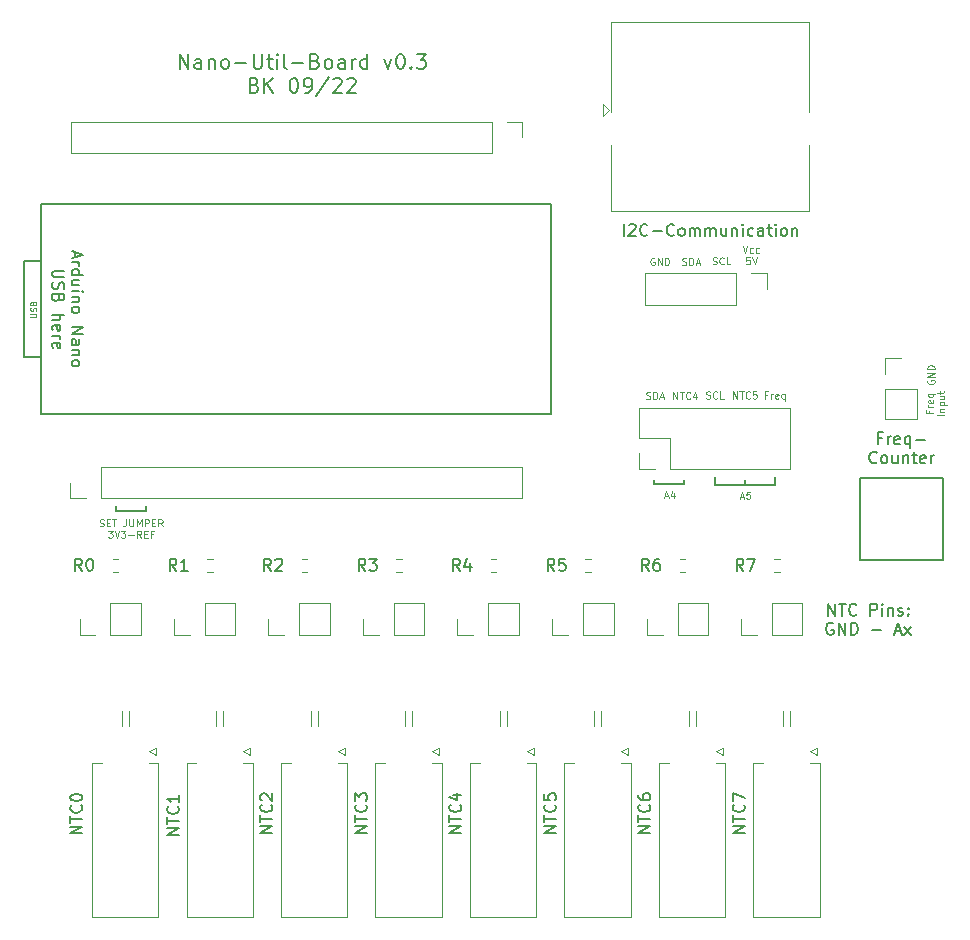
<source format=gbr>
%TF.GenerationSoftware,KiCad,Pcbnew,(6.0.1-0)*%
%TF.CreationDate,2022-11-28T10:38:11+01:00*%
%TF.ProjectId,nano_board,6e616e6f-5f62-46f6-9172-642e6b696361,rev?*%
%TF.SameCoordinates,Original*%
%TF.FileFunction,Legend,Top*%
%TF.FilePolarity,Positive*%
%FSLAX46Y46*%
G04 Gerber Fmt 4.6, Leading zero omitted, Abs format (unit mm)*
G04 Created by KiCad (PCBNEW (6.0.1-0)) date 2022-11-28 10:38:11*
%MOMM*%
%LPD*%
G01*
G04 APERTURE LIST*
%ADD10C,0.200000*%
%ADD11C,0.150000*%
%ADD12C,0.100000*%
%ADD13C,0.075000*%
%ADD14C,0.120000*%
%ADD15C,0.127000*%
G04 APERTURE END LIST*
D10*
X156500000Y-79180000D02*
X159000000Y-79180000D01*
X103200000Y-81000000D02*
X103200000Y-81400000D01*
X153900000Y-78530000D02*
X153900000Y-79180000D01*
X148800000Y-78780000D02*
X148800000Y-79130000D01*
X156450000Y-79180000D02*
X156450000Y-78780000D01*
X156450000Y-78830000D02*
X156450000Y-79180000D01*
X105750000Y-81400000D02*
X105750000Y-81000000D01*
X148850000Y-79130000D02*
X151350000Y-79130000D01*
X151350000Y-79130000D02*
X151350000Y-78730000D01*
X159000000Y-79180000D02*
X159000000Y-78480000D01*
X103200000Y-81400000D02*
X105750000Y-81400000D01*
X153950000Y-79180000D02*
X156450000Y-79180000D01*
D11*
X168033333Y-75223571D02*
X167700000Y-75223571D01*
X167700000Y-75747380D02*
X167700000Y-74747380D01*
X168176190Y-74747380D01*
X168557142Y-75747380D02*
X168557142Y-75080714D01*
X168557142Y-75271190D02*
X168604761Y-75175952D01*
X168652380Y-75128333D01*
X168747619Y-75080714D01*
X168842857Y-75080714D01*
X169557142Y-75699761D02*
X169461904Y-75747380D01*
X169271428Y-75747380D01*
X169176190Y-75699761D01*
X169128571Y-75604523D01*
X169128571Y-75223571D01*
X169176190Y-75128333D01*
X169271428Y-75080714D01*
X169461904Y-75080714D01*
X169557142Y-75128333D01*
X169604761Y-75223571D01*
X169604761Y-75318809D01*
X169128571Y-75414047D01*
X170461904Y-75080714D02*
X170461904Y-76080714D01*
X170461904Y-75699761D02*
X170366666Y-75747380D01*
X170176190Y-75747380D01*
X170080952Y-75699761D01*
X170033333Y-75652142D01*
X169985714Y-75556904D01*
X169985714Y-75271190D01*
X170033333Y-75175952D01*
X170080952Y-75128333D01*
X170176190Y-75080714D01*
X170366666Y-75080714D01*
X170461904Y-75128333D01*
X170938095Y-75366428D02*
X171700000Y-75366428D01*
X167628571Y-77262142D02*
X167580952Y-77309761D01*
X167438095Y-77357380D01*
X167342857Y-77357380D01*
X167200000Y-77309761D01*
X167104761Y-77214523D01*
X167057142Y-77119285D01*
X167009523Y-76928809D01*
X167009523Y-76785952D01*
X167057142Y-76595476D01*
X167104761Y-76500238D01*
X167200000Y-76405000D01*
X167342857Y-76357380D01*
X167438095Y-76357380D01*
X167580952Y-76405000D01*
X167628571Y-76452619D01*
X168200000Y-77357380D02*
X168104761Y-77309761D01*
X168057142Y-77262142D01*
X168009523Y-77166904D01*
X168009523Y-76881190D01*
X168057142Y-76785952D01*
X168104761Y-76738333D01*
X168200000Y-76690714D01*
X168342857Y-76690714D01*
X168438095Y-76738333D01*
X168485714Y-76785952D01*
X168533333Y-76881190D01*
X168533333Y-77166904D01*
X168485714Y-77262142D01*
X168438095Y-77309761D01*
X168342857Y-77357380D01*
X168200000Y-77357380D01*
X169390476Y-76690714D02*
X169390476Y-77357380D01*
X168961904Y-76690714D02*
X168961904Y-77214523D01*
X169009523Y-77309761D01*
X169104761Y-77357380D01*
X169247619Y-77357380D01*
X169342857Y-77309761D01*
X169390476Y-77262142D01*
X169866666Y-76690714D02*
X169866666Y-77357380D01*
X169866666Y-76785952D02*
X169914285Y-76738333D01*
X170009523Y-76690714D01*
X170152380Y-76690714D01*
X170247619Y-76738333D01*
X170295238Y-76833571D01*
X170295238Y-77357380D01*
X170628571Y-76690714D02*
X171009523Y-76690714D01*
X170771428Y-76357380D02*
X170771428Y-77214523D01*
X170819047Y-77309761D01*
X170914285Y-77357380D01*
X171009523Y-77357380D01*
X171723809Y-77309761D02*
X171628571Y-77357380D01*
X171438095Y-77357380D01*
X171342857Y-77309761D01*
X171295238Y-77214523D01*
X171295238Y-76833571D01*
X171342857Y-76738333D01*
X171438095Y-76690714D01*
X171628571Y-76690714D01*
X171723809Y-76738333D01*
X171771428Y-76833571D01*
X171771428Y-76928809D01*
X171295238Y-77024047D01*
X172200000Y-77357380D02*
X172200000Y-76690714D01*
X172200000Y-76881190D02*
X172247619Y-76785952D01*
X172295238Y-76738333D01*
X172390476Y-76690714D01*
X172485714Y-76690714D01*
D12*
X156285714Y-58938428D02*
X156485714Y-59538428D01*
X156685714Y-58938428D01*
X157142857Y-59509857D02*
X157085714Y-59538428D01*
X156971428Y-59538428D01*
X156914285Y-59509857D01*
X156885714Y-59481285D01*
X156857142Y-59424142D01*
X156857142Y-59252714D01*
X156885714Y-59195571D01*
X156914285Y-59167000D01*
X156971428Y-59138428D01*
X157085714Y-59138428D01*
X157142857Y-59167000D01*
X157657142Y-59509857D02*
X157600000Y-59538428D01*
X157485714Y-59538428D01*
X157428571Y-59509857D01*
X157400000Y-59481285D01*
X157371428Y-59424142D01*
X157371428Y-59252714D01*
X157400000Y-59195571D01*
X157428571Y-59167000D01*
X157485714Y-59138428D01*
X157600000Y-59138428D01*
X157657142Y-59167000D01*
X156885714Y-59904428D02*
X156600000Y-59904428D01*
X156571428Y-60190142D01*
X156600000Y-60161571D01*
X156657142Y-60133000D01*
X156800000Y-60133000D01*
X156857142Y-60161571D01*
X156885714Y-60190142D01*
X156914285Y-60247285D01*
X156914285Y-60390142D01*
X156885714Y-60447285D01*
X156857142Y-60475857D01*
X156800000Y-60504428D01*
X156657142Y-60504428D01*
X156600000Y-60475857D01*
X156571428Y-60447285D01*
X157085714Y-59904428D02*
X157285714Y-60504428D01*
X157485714Y-59904428D01*
X101842857Y-82659857D02*
X101928571Y-82688428D01*
X102071428Y-82688428D01*
X102128571Y-82659857D01*
X102157142Y-82631285D01*
X102185714Y-82574142D01*
X102185714Y-82517000D01*
X102157142Y-82459857D01*
X102128571Y-82431285D01*
X102071428Y-82402714D01*
X101957142Y-82374142D01*
X101900000Y-82345571D01*
X101871428Y-82317000D01*
X101842857Y-82259857D01*
X101842857Y-82202714D01*
X101871428Y-82145571D01*
X101900000Y-82117000D01*
X101957142Y-82088428D01*
X102100000Y-82088428D01*
X102185714Y-82117000D01*
X102442857Y-82374142D02*
X102642857Y-82374142D01*
X102728571Y-82688428D02*
X102442857Y-82688428D01*
X102442857Y-82088428D01*
X102728571Y-82088428D01*
X102900000Y-82088428D02*
X103242857Y-82088428D01*
X103071428Y-82688428D02*
X103071428Y-82088428D01*
X104071428Y-82088428D02*
X104071428Y-82517000D01*
X104042857Y-82602714D01*
X103985714Y-82659857D01*
X103900000Y-82688428D01*
X103842857Y-82688428D01*
X104357142Y-82088428D02*
X104357142Y-82574142D01*
X104385714Y-82631285D01*
X104414285Y-82659857D01*
X104471428Y-82688428D01*
X104585714Y-82688428D01*
X104642857Y-82659857D01*
X104671428Y-82631285D01*
X104700000Y-82574142D01*
X104700000Y-82088428D01*
X104985714Y-82688428D02*
X104985714Y-82088428D01*
X105185714Y-82517000D01*
X105385714Y-82088428D01*
X105385714Y-82688428D01*
X105671428Y-82688428D02*
X105671428Y-82088428D01*
X105900000Y-82088428D01*
X105957142Y-82117000D01*
X105985714Y-82145571D01*
X106014285Y-82202714D01*
X106014285Y-82288428D01*
X105985714Y-82345571D01*
X105957142Y-82374142D01*
X105900000Y-82402714D01*
X105671428Y-82402714D01*
X106271428Y-82374142D02*
X106471428Y-82374142D01*
X106557142Y-82688428D02*
X106271428Y-82688428D01*
X106271428Y-82088428D01*
X106557142Y-82088428D01*
X107157142Y-82688428D02*
X106957142Y-82402714D01*
X106814285Y-82688428D02*
X106814285Y-82088428D01*
X107042857Y-82088428D01*
X107100000Y-82117000D01*
X107128571Y-82145571D01*
X107157142Y-82202714D01*
X107157142Y-82288428D01*
X107128571Y-82345571D01*
X107100000Y-82374142D01*
X107042857Y-82402714D01*
X106814285Y-82402714D01*
X102557142Y-83054428D02*
X102928571Y-83054428D01*
X102728571Y-83283000D01*
X102814285Y-83283000D01*
X102871428Y-83311571D01*
X102900000Y-83340142D01*
X102928571Y-83397285D01*
X102928571Y-83540142D01*
X102900000Y-83597285D01*
X102871428Y-83625857D01*
X102814285Y-83654428D01*
X102642857Y-83654428D01*
X102585714Y-83625857D01*
X102557142Y-83597285D01*
X103100000Y-83054428D02*
X103300000Y-83654428D01*
X103500000Y-83054428D01*
X103642857Y-83054428D02*
X104014285Y-83054428D01*
X103814285Y-83283000D01*
X103900000Y-83283000D01*
X103957142Y-83311571D01*
X103985714Y-83340142D01*
X104014285Y-83397285D01*
X104014285Y-83540142D01*
X103985714Y-83597285D01*
X103957142Y-83625857D01*
X103900000Y-83654428D01*
X103728571Y-83654428D01*
X103671428Y-83625857D01*
X103642857Y-83597285D01*
X104271428Y-83425857D02*
X104728571Y-83425857D01*
X105357142Y-83654428D02*
X105157142Y-83368714D01*
X105014285Y-83654428D02*
X105014285Y-83054428D01*
X105242857Y-83054428D01*
X105300000Y-83083000D01*
X105328571Y-83111571D01*
X105357142Y-83168714D01*
X105357142Y-83254428D01*
X105328571Y-83311571D01*
X105300000Y-83340142D01*
X105242857Y-83368714D01*
X105014285Y-83368714D01*
X105614285Y-83340142D02*
X105814285Y-83340142D01*
X105900000Y-83654428D02*
X105614285Y-83654428D01*
X105614285Y-83054428D01*
X105900000Y-83054428D01*
X106357142Y-83340142D02*
X106157142Y-83340142D01*
X106157142Y-83654428D02*
X106157142Y-83054428D01*
X106442857Y-83054428D01*
X153185714Y-71842857D02*
X153271428Y-71871428D01*
X153414285Y-71871428D01*
X153471428Y-71842857D01*
X153500000Y-71814285D01*
X153528571Y-71757142D01*
X153528571Y-71700000D01*
X153500000Y-71642857D01*
X153471428Y-71614285D01*
X153414285Y-71585714D01*
X153300000Y-71557142D01*
X153242857Y-71528571D01*
X153214285Y-71500000D01*
X153185714Y-71442857D01*
X153185714Y-71385714D01*
X153214285Y-71328571D01*
X153242857Y-71300000D01*
X153300000Y-71271428D01*
X153442857Y-71271428D01*
X153528571Y-71300000D01*
X154128571Y-71814285D02*
X154100000Y-71842857D01*
X154014285Y-71871428D01*
X153957142Y-71871428D01*
X153871428Y-71842857D01*
X153814285Y-71785714D01*
X153785714Y-71728571D01*
X153757142Y-71614285D01*
X153757142Y-71528571D01*
X153785714Y-71414285D01*
X153814285Y-71357142D01*
X153871428Y-71300000D01*
X153957142Y-71271428D01*
X154014285Y-71271428D01*
X154100000Y-71300000D01*
X154128571Y-71328571D01*
X154671428Y-71871428D02*
X154385714Y-71871428D01*
X154385714Y-71271428D01*
D11*
X146216666Y-58102380D02*
X146216666Y-57102380D01*
X146645238Y-57197619D02*
X146692857Y-57150000D01*
X146788095Y-57102380D01*
X147026190Y-57102380D01*
X147121428Y-57150000D01*
X147169047Y-57197619D01*
X147216666Y-57292857D01*
X147216666Y-57388095D01*
X147169047Y-57530952D01*
X146597619Y-58102380D01*
X147216666Y-58102380D01*
X148216666Y-58007142D02*
X148169047Y-58054761D01*
X148026190Y-58102380D01*
X147930952Y-58102380D01*
X147788095Y-58054761D01*
X147692857Y-57959523D01*
X147645238Y-57864285D01*
X147597619Y-57673809D01*
X147597619Y-57530952D01*
X147645238Y-57340476D01*
X147692857Y-57245238D01*
X147788095Y-57150000D01*
X147930952Y-57102380D01*
X148026190Y-57102380D01*
X148169047Y-57150000D01*
X148216666Y-57197619D01*
X148645238Y-57721428D02*
X149407142Y-57721428D01*
X150454761Y-58007142D02*
X150407142Y-58054761D01*
X150264285Y-58102380D01*
X150169047Y-58102380D01*
X150026190Y-58054761D01*
X149930952Y-57959523D01*
X149883333Y-57864285D01*
X149835714Y-57673809D01*
X149835714Y-57530952D01*
X149883333Y-57340476D01*
X149930952Y-57245238D01*
X150026190Y-57150000D01*
X150169047Y-57102380D01*
X150264285Y-57102380D01*
X150407142Y-57150000D01*
X150454761Y-57197619D01*
X151026190Y-58102380D02*
X150930952Y-58054761D01*
X150883333Y-58007142D01*
X150835714Y-57911904D01*
X150835714Y-57626190D01*
X150883333Y-57530952D01*
X150930952Y-57483333D01*
X151026190Y-57435714D01*
X151169047Y-57435714D01*
X151264285Y-57483333D01*
X151311904Y-57530952D01*
X151359523Y-57626190D01*
X151359523Y-57911904D01*
X151311904Y-58007142D01*
X151264285Y-58054761D01*
X151169047Y-58102380D01*
X151026190Y-58102380D01*
X151788095Y-58102380D02*
X151788095Y-57435714D01*
X151788095Y-57530952D02*
X151835714Y-57483333D01*
X151930952Y-57435714D01*
X152073809Y-57435714D01*
X152169047Y-57483333D01*
X152216666Y-57578571D01*
X152216666Y-58102380D01*
X152216666Y-57578571D02*
X152264285Y-57483333D01*
X152359523Y-57435714D01*
X152502380Y-57435714D01*
X152597619Y-57483333D01*
X152645238Y-57578571D01*
X152645238Y-58102380D01*
X153121428Y-58102380D02*
X153121428Y-57435714D01*
X153121428Y-57530952D02*
X153169047Y-57483333D01*
X153264285Y-57435714D01*
X153407142Y-57435714D01*
X153502380Y-57483333D01*
X153550000Y-57578571D01*
X153550000Y-58102380D01*
X153550000Y-57578571D02*
X153597619Y-57483333D01*
X153692857Y-57435714D01*
X153835714Y-57435714D01*
X153930952Y-57483333D01*
X153978571Y-57578571D01*
X153978571Y-58102380D01*
X154883333Y-57435714D02*
X154883333Y-58102380D01*
X154454761Y-57435714D02*
X154454761Y-57959523D01*
X154502380Y-58054761D01*
X154597619Y-58102380D01*
X154740476Y-58102380D01*
X154835714Y-58054761D01*
X154883333Y-58007142D01*
X155359523Y-57435714D02*
X155359523Y-58102380D01*
X155359523Y-57530952D02*
X155407142Y-57483333D01*
X155502380Y-57435714D01*
X155645238Y-57435714D01*
X155740476Y-57483333D01*
X155788095Y-57578571D01*
X155788095Y-58102380D01*
X156264285Y-58102380D02*
X156264285Y-57435714D01*
X156264285Y-57102380D02*
X156216666Y-57150000D01*
X156264285Y-57197619D01*
X156311904Y-57150000D01*
X156264285Y-57102380D01*
X156264285Y-57197619D01*
X157169047Y-58054761D02*
X157073809Y-58102380D01*
X156883333Y-58102380D01*
X156788095Y-58054761D01*
X156740476Y-58007142D01*
X156692857Y-57911904D01*
X156692857Y-57626190D01*
X156740476Y-57530952D01*
X156788095Y-57483333D01*
X156883333Y-57435714D01*
X157073809Y-57435714D01*
X157169047Y-57483333D01*
X158026190Y-58102380D02*
X158026190Y-57578571D01*
X157978571Y-57483333D01*
X157883333Y-57435714D01*
X157692857Y-57435714D01*
X157597619Y-57483333D01*
X158026190Y-58054761D02*
X157930952Y-58102380D01*
X157692857Y-58102380D01*
X157597619Y-58054761D01*
X157550000Y-57959523D01*
X157550000Y-57864285D01*
X157597619Y-57769047D01*
X157692857Y-57721428D01*
X157930952Y-57721428D01*
X158026190Y-57673809D01*
X158359523Y-57435714D02*
X158740476Y-57435714D01*
X158502380Y-57102380D02*
X158502380Y-57959523D01*
X158550000Y-58054761D01*
X158645238Y-58102380D01*
X158740476Y-58102380D01*
X159073809Y-58102380D02*
X159073809Y-57435714D01*
X159073809Y-57102380D02*
X159026190Y-57150000D01*
X159073809Y-57197619D01*
X159121428Y-57150000D01*
X159073809Y-57102380D01*
X159073809Y-57197619D01*
X159692857Y-58102380D02*
X159597619Y-58054761D01*
X159550000Y-58007142D01*
X159502380Y-57911904D01*
X159502380Y-57626190D01*
X159550000Y-57530952D01*
X159597619Y-57483333D01*
X159692857Y-57435714D01*
X159835714Y-57435714D01*
X159930952Y-57483333D01*
X159978571Y-57530952D01*
X160026190Y-57626190D01*
X160026190Y-57911904D01*
X159978571Y-58007142D01*
X159930952Y-58054761D01*
X159835714Y-58102380D01*
X159692857Y-58102380D01*
X160454761Y-57435714D02*
X160454761Y-58102380D01*
X160454761Y-57530952D02*
X160502380Y-57483333D01*
X160597619Y-57435714D01*
X160740476Y-57435714D01*
X160835714Y-57483333D01*
X160883333Y-57578571D01*
X160883333Y-58102380D01*
D10*
X108613095Y-43959226D02*
X108613095Y-42709226D01*
X109327380Y-43959226D01*
X109327380Y-42709226D01*
X110458333Y-43959226D02*
X110458333Y-43304464D01*
X110398809Y-43185416D01*
X110279761Y-43125892D01*
X110041666Y-43125892D01*
X109922619Y-43185416D01*
X110458333Y-43899702D02*
X110339285Y-43959226D01*
X110041666Y-43959226D01*
X109922619Y-43899702D01*
X109863095Y-43780654D01*
X109863095Y-43661607D01*
X109922619Y-43542559D01*
X110041666Y-43483035D01*
X110339285Y-43483035D01*
X110458333Y-43423511D01*
X111053571Y-43125892D02*
X111053571Y-43959226D01*
X111053571Y-43244940D02*
X111113095Y-43185416D01*
X111232142Y-43125892D01*
X111410714Y-43125892D01*
X111529761Y-43185416D01*
X111589285Y-43304464D01*
X111589285Y-43959226D01*
X112363095Y-43959226D02*
X112244047Y-43899702D01*
X112184523Y-43840178D01*
X112125000Y-43721130D01*
X112125000Y-43363988D01*
X112184523Y-43244940D01*
X112244047Y-43185416D01*
X112363095Y-43125892D01*
X112541666Y-43125892D01*
X112660714Y-43185416D01*
X112720238Y-43244940D01*
X112779761Y-43363988D01*
X112779761Y-43721130D01*
X112720238Y-43840178D01*
X112660714Y-43899702D01*
X112541666Y-43959226D01*
X112363095Y-43959226D01*
X113315476Y-43483035D02*
X114267857Y-43483035D01*
X114863095Y-42709226D02*
X114863095Y-43721130D01*
X114922619Y-43840178D01*
X114982142Y-43899702D01*
X115101190Y-43959226D01*
X115339285Y-43959226D01*
X115458333Y-43899702D01*
X115517857Y-43840178D01*
X115577380Y-43721130D01*
X115577380Y-42709226D01*
X115994047Y-43125892D02*
X116470238Y-43125892D01*
X116172619Y-42709226D02*
X116172619Y-43780654D01*
X116232142Y-43899702D01*
X116351190Y-43959226D01*
X116470238Y-43959226D01*
X116886904Y-43959226D02*
X116886904Y-43125892D01*
X116886904Y-42709226D02*
X116827380Y-42768750D01*
X116886904Y-42828273D01*
X116946428Y-42768750D01*
X116886904Y-42709226D01*
X116886904Y-42828273D01*
X117660714Y-43959226D02*
X117541666Y-43899702D01*
X117482142Y-43780654D01*
X117482142Y-42709226D01*
X118136904Y-43483035D02*
X119089285Y-43483035D01*
X120101190Y-43304464D02*
X120279761Y-43363988D01*
X120339285Y-43423511D01*
X120398809Y-43542559D01*
X120398809Y-43721130D01*
X120339285Y-43840178D01*
X120279761Y-43899702D01*
X120160714Y-43959226D01*
X119684523Y-43959226D01*
X119684523Y-42709226D01*
X120101190Y-42709226D01*
X120220238Y-42768750D01*
X120279761Y-42828273D01*
X120339285Y-42947321D01*
X120339285Y-43066369D01*
X120279761Y-43185416D01*
X120220238Y-43244940D01*
X120101190Y-43304464D01*
X119684523Y-43304464D01*
X121113095Y-43959226D02*
X120994047Y-43899702D01*
X120934523Y-43840178D01*
X120875000Y-43721130D01*
X120875000Y-43363988D01*
X120934523Y-43244940D01*
X120994047Y-43185416D01*
X121113095Y-43125892D01*
X121291666Y-43125892D01*
X121410714Y-43185416D01*
X121470238Y-43244940D01*
X121529761Y-43363988D01*
X121529761Y-43721130D01*
X121470238Y-43840178D01*
X121410714Y-43899702D01*
X121291666Y-43959226D01*
X121113095Y-43959226D01*
X122601190Y-43959226D02*
X122601190Y-43304464D01*
X122541666Y-43185416D01*
X122422619Y-43125892D01*
X122184523Y-43125892D01*
X122065476Y-43185416D01*
X122601190Y-43899702D02*
X122482142Y-43959226D01*
X122184523Y-43959226D01*
X122065476Y-43899702D01*
X122005952Y-43780654D01*
X122005952Y-43661607D01*
X122065476Y-43542559D01*
X122184523Y-43483035D01*
X122482142Y-43483035D01*
X122601190Y-43423511D01*
X123196428Y-43959226D02*
X123196428Y-43125892D01*
X123196428Y-43363988D02*
X123255952Y-43244940D01*
X123315476Y-43185416D01*
X123434523Y-43125892D01*
X123553571Y-43125892D01*
X124505952Y-43959226D02*
X124505952Y-42709226D01*
X124505952Y-43899702D02*
X124386904Y-43959226D01*
X124148809Y-43959226D01*
X124029761Y-43899702D01*
X123970238Y-43840178D01*
X123910714Y-43721130D01*
X123910714Y-43363988D01*
X123970238Y-43244940D01*
X124029761Y-43185416D01*
X124148809Y-43125892D01*
X124386904Y-43125892D01*
X124505952Y-43185416D01*
X125934523Y-43125892D02*
X126232142Y-43959226D01*
X126529761Y-43125892D01*
X127244047Y-42709226D02*
X127363095Y-42709226D01*
X127482142Y-42768750D01*
X127541666Y-42828273D01*
X127601190Y-42947321D01*
X127660714Y-43185416D01*
X127660714Y-43483035D01*
X127601190Y-43721130D01*
X127541666Y-43840178D01*
X127482142Y-43899702D01*
X127363095Y-43959226D01*
X127244047Y-43959226D01*
X127125000Y-43899702D01*
X127065476Y-43840178D01*
X127005952Y-43721130D01*
X126946428Y-43483035D01*
X126946428Y-43185416D01*
X127005952Y-42947321D01*
X127065476Y-42828273D01*
X127125000Y-42768750D01*
X127244047Y-42709226D01*
X128196428Y-43840178D02*
X128255952Y-43899702D01*
X128196428Y-43959226D01*
X128136904Y-43899702D01*
X128196428Y-43840178D01*
X128196428Y-43959226D01*
X128672619Y-42709226D02*
X129446428Y-42709226D01*
X129029761Y-43185416D01*
X129208333Y-43185416D01*
X129327380Y-43244940D01*
X129386904Y-43304464D01*
X129446428Y-43423511D01*
X129446428Y-43721130D01*
X129386904Y-43840178D01*
X129327380Y-43899702D01*
X129208333Y-43959226D01*
X128851190Y-43959226D01*
X128732142Y-43899702D01*
X128672619Y-43840178D01*
X114952380Y-45316964D02*
X115130952Y-45376488D01*
X115190476Y-45436011D01*
X115250000Y-45555059D01*
X115250000Y-45733630D01*
X115190476Y-45852678D01*
X115130952Y-45912202D01*
X115011904Y-45971726D01*
X114535714Y-45971726D01*
X114535714Y-44721726D01*
X114952380Y-44721726D01*
X115071428Y-44781250D01*
X115130952Y-44840773D01*
X115190476Y-44959821D01*
X115190476Y-45078869D01*
X115130952Y-45197916D01*
X115071428Y-45257440D01*
X114952380Y-45316964D01*
X114535714Y-45316964D01*
X115785714Y-45971726D02*
X115785714Y-44721726D01*
X116500000Y-45971726D02*
X115964285Y-45257440D01*
X116500000Y-44721726D02*
X115785714Y-45436011D01*
X118226190Y-44721726D02*
X118345238Y-44721726D01*
X118464285Y-44781250D01*
X118523809Y-44840773D01*
X118583333Y-44959821D01*
X118642857Y-45197916D01*
X118642857Y-45495535D01*
X118583333Y-45733630D01*
X118523809Y-45852678D01*
X118464285Y-45912202D01*
X118345238Y-45971726D01*
X118226190Y-45971726D01*
X118107142Y-45912202D01*
X118047619Y-45852678D01*
X117988095Y-45733630D01*
X117928571Y-45495535D01*
X117928571Y-45197916D01*
X117988095Y-44959821D01*
X118047619Y-44840773D01*
X118107142Y-44781250D01*
X118226190Y-44721726D01*
X119238095Y-45971726D02*
X119476190Y-45971726D01*
X119595238Y-45912202D01*
X119654761Y-45852678D01*
X119773809Y-45674107D01*
X119833333Y-45436011D01*
X119833333Y-44959821D01*
X119773809Y-44840773D01*
X119714285Y-44781250D01*
X119595238Y-44721726D01*
X119357142Y-44721726D01*
X119238095Y-44781250D01*
X119178571Y-44840773D01*
X119119047Y-44959821D01*
X119119047Y-45257440D01*
X119178571Y-45376488D01*
X119238095Y-45436011D01*
X119357142Y-45495535D01*
X119595238Y-45495535D01*
X119714285Y-45436011D01*
X119773809Y-45376488D01*
X119833333Y-45257440D01*
X121261904Y-44662202D02*
X120190476Y-46269345D01*
X121619047Y-44840773D02*
X121678571Y-44781250D01*
X121797619Y-44721726D01*
X122095238Y-44721726D01*
X122214285Y-44781250D01*
X122273809Y-44840773D01*
X122333333Y-44959821D01*
X122333333Y-45078869D01*
X122273809Y-45257440D01*
X121559523Y-45971726D01*
X122333333Y-45971726D01*
X122809523Y-44840773D02*
X122869047Y-44781250D01*
X122988095Y-44721726D01*
X123285714Y-44721726D01*
X123404761Y-44781250D01*
X123464285Y-44840773D01*
X123523809Y-44959821D01*
X123523809Y-45078869D01*
X123464285Y-45257440D01*
X122750000Y-45971726D01*
X123523809Y-45971726D01*
D12*
X172074142Y-72928571D02*
X172074142Y-73128571D01*
X172388428Y-73128571D02*
X171788428Y-73128571D01*
X171788428Y-72842857D01*
X172388428Y-72614285D02*
X171988428Y-72614285D01*
X172102714Y-72614285D02*
X172045571Y-72585714D01*
X172017000Y-72557142D01*
X171988428Y-72500000D01*
X171988428Y-72442857D01*
X172359857Y-72014285D02*
X172388428Y-72071428D01*
X172388428Y-72185714D01*
X172359857Y-72242857D01*
X172302714Y-72271428D01*
X172074142Y-72271428D01*
X172017000Y-72242857D01*
X171988428Y-72185714D01*
X171988428Y-72071428D01*
X172017000Y-72014285D01*
X172074142Y-71985714D01*
X172131285Y-71985714D01*
X172188428Y-72271428D01*
X171988428Y-71471428D02*
X172588428Y-71471428D01*
X172359857Y-71471428D02*
X172388428Y-71528571D01*
X172388428Y-71642857D01*
X172359857Y-71700000D01*
X172331285Y-71728571D01*
X172274142Y-71757142D01*
X172102714Y-71757142D01*
X172045571Y-71728571D01*
X172017000Y-71700000D01*
X171988428Y-71642857D01*
X171988428Y-71528571D01*
X172017000Y-71471428D01*
X173354428Y-73285714D02*
X172754428Y-73285714D01*
X172954428Y-73000000D02*
X173354428Y-73000000D01*
X173011571Y-73000000D02*
X172983000Y-72971428D01*
X172954428Y-72914285D01*
X172954428Y-72828571D01*
X172983000Y-72771428D01*
X173040142Y-72742857D01*
X173354428Y-72742857D01*
X172954428Y-72457142D02*
X173554428Y-72457142D01*
X172983000Y-72457142D02*
X172954428Y-72400000D01*
X172954428Y-72285714D01*
X172983000Y-72228571D01*
X173011571Y-72200000D01*
X173068714Y-72171428D01*
X173240142Y-72171428D01*
X173297285Y-72200000D01*
X173325857Y-72228571D01*
X173354428Y-72285714D01*
X173354428Y-72400000D01*
X173325857Y-72457142D01*
X172954428Y-71657142D02*
X173354428Y-71657142D01*
X172954428Y-71914285D02*
X173268714Y-71914285D01*
X173325857Y-71885714D01*
X173354428Y-71828571D01*
X173354428Y-71742857D01*
X173325857Y-71685714D01*
X173297285Y-71657142D01*
X172954428Y-71457142D02*
X172954428Y-71228571D01*
X172754428Y-71371428D02*
X173268714Y-71371428D01*
X173325857Y-71342857D01*
X173354428Y-71285714D01*
X173354428Y-71228571D01*
X153735714Y-60492857D02*
X153821428Y-60521428D01*
X153964285Y-60521428D01*
X154021428Y-60492857D01*
X154050000Y-60464285D01*
X154078571Y-60407142D01*
X154078571Y-60350000D01*
X154050000Y-60292857D01*
X154021428Y-60264285D01*
X153964285Y-60235714D01*
X153850000Y-60207142D01*
X153792857Y-60178571D01*
X153764285Y-60150000D01*
X153735714Y-60092857D01*
X153735714Y-60035714D01*
X153764285Y-59978571D01*
X153792857Y-59950000D01*
X153850000Y-59921428D01*
X153992857Y-59921428D01*
X154078571Y-59950000D01*
X154678571Y-60464285D02*
X154650000Y-60492857D01*
X154564285Y-60521428D01*
X154507142Y-60521428D01*
X154421428Y-60492857D01*
X154364285Y-60435714D01*
X154335714Y-60378571D01*
X154307142Y-60264285D01*
X154307142Y-60178571D01*
X154335714Y-60064285D01*
X154364285Y-60007142D01*
X154421428Y-59950000D01*
X154507142Y-59921428D01*
X154564285Y-59921428D01*
X154650000Y-59950000D01*
X154678571Y-59978571D01*
X155221428Y-60521428D02*
X154935714Y-60521428D01*
X154935714Y-59921428D01*
X151171428Y-60542857D02*
X151257142Y-60571428D01*
X151400000Y-60571428D01*
X151457142Y-60542857D01*
X151485714Y-60514285D01*
X151514285Y-60457142D01*
X151514285Y-60400000D01*
X151485714Y-60342857D01*
X151457142Y-60314285D01*
X151400000Y-60285714D01*
X151285714Y-60257142D01*
X151228571Y-60228571D01*
X151200000Y-60200000D01*
X151171428Y-60142857D01*
X151171428Y-60085714D01*
X151200000Y-60028571D01*
X151228571Y-60000000D01*
X151285714Y-59971428D01*
X151428571Y-59971428D01*
X151514285Y-60000000D01*
X151771428Y-60571428D02*
X151771428Y-59971428D01*
X151914285Y-59971428D01*
X152000000Y-60000000D01*
X152057142Y-60057142D01*
X152085714Y-60114285D01*
X152114285Y-60228571D01*
X152114285Y-60314285D01*
X152085714Y-60428571D01*
X152057142Y-60485714D01*
X152000000Y-60542857D01*
X151914285Y-60571428D01*
X151771428Y-60571428D01*
X152342857Y-60400000D02*
X152628571Y-60400000D01*
X152285714Y-60571428D02*
X152485714Y-59971428D01*
X152685714Y-60571428D01*
X171950000Y-70307142D02*
X171921428Y-70364285D01*
X171921428Y-70450000D01*
X171950000Y-70535714D01*
X172007142Y-70592857D01*
X172064285Y-70621428D01*
X172178571Y-70650000D01*
X172264285Y-70650000D01*
X172378571Y-70621428D01*
X172435714Y-70592857D01*
X172492857Y-70535714D01*
X172521428Y-70450000D01*
X172521428Y-70392857D01*
X172492857Y-70307142D01*
X172464285Y-70278571D01*
X172264285Y-70278571D01*
X172264285Y-70392857D01*
X172521428Y-70021428D02*
X171921428Y-70021428D01*
X172521428Y-69678571D01*
X171921428Y-69678571D01*
X172521428Y-69392857D02*
X171921428Y-69392857D01*
X171921428Y-69250000D01*
X171950000Y-69164285D01*
X172007142Y-69107142D01*
X172064285Y-69078571D01*
X172178571Y-69050000D01*
X172264285Y-69050000D01*
X172378571Y-69078571D01*
X172435714Y-69107142D01*
X172492857Y-69164285D01*
X172521428Y-69250000D01*
X172521428Y-69392857D01*
X155464285Y-71871428D02*
X155464285Y-71271428D01*
X155807142Y-71871428D01*
X155807142Y-71271428D01*
X156007142Y-71271428D02*
X156350000Y-71271428D01*
X156178571Y-71871428D02*
X156178571Y-71271428D01*
X156892857Y-71814285D02*
X156864285Y-71842857D01*
X156778571Y-71871428D01*
X156721428Y-71871428D01*
X156635714Y-71842857D01*
X156578571Y-71785714D01*
X156550000Y-71728571D01*
X156521428Y-71614285D01*
X156521428Y-71528571D01*
X156550000Y-71414285D01*
X156578571Y-71357142D01*
X156635714Y-71300000D01*
X156721428Y-71271428D01*
X156778571Y-71271428D01*
X156864285Y-71300000D01*
X156892857Y-71328571D01*
X157435714Y-71271428D02*
X157150000Y-71271428D01*
X157121428Y-71557142D01*
X157150000Y-71528571D01*
X157207142Y-71500000D01*
X157350000Y-71500000D01*
X157407142Y-71528571D01*
X157435714Y-71557142D01*
X157464285Y-71614285D01*
X157464285Y-71757142D01*
X157435714Y-71814285D01*
X157407142Y-71842857D01*
X157350000Y-71871428D01*
X157207142Y-71871428D01*
X157150000Y-71842857D01*
X157121428Y-71814285D01*
X158371428Y-71557142D02*
X158171428Y-71557142D01*
X158171428Y-71871428D02*
X158171428Y-71271428D01*
X158457142Y-71271428D01*
X158685714Y-71871428D02*
X158685714Y-71471428D01*
X158685714Y-71585714D02*
X158714285Y-71528571D01*
X158742857Y-71500000D01*
X158800000Y-71471428D01*
X158857142Y-71471428D01*
X159285714Y-71842857D02*
X159228571Y-71871428D01*
X159114285Y-71871428D01*
X159057142Y-71842857D01*
X159028571Y-71785714D01*
X159028571Y-71557142D01*
X159057142Y-71500000D01*
X159114285Y-71471428D01*
X159228571Y-71471428D01*
X159285714Y-71500000D01*
X159314285Y-71557142D01*
X159314285Y-71614285D01*
X159028571Y-71671428D01*
X159828571Y-71471428D02*
X159828571Y-72071428D01*
X159828571Y-71842857D02*
X159771428Y-71871428D01*
X159657142Y-71871428D01*
X159600000Y-71842857D01*
X159571428Y-71814285D01*
X159542857Y-71757142D01*
X159542857Y-71585714D01*
X159571428Y-71528571D01*
X159600000Y-71500000D01*
X159657142Y-71471428D01*
X159771428Y-71471428D01*
X159828571Y-71500000D01*
X149671428Y-80130000D02*
X149957142Y-80130000D01*
X149614285Y-80301428D02*
X149814285Y-79701428D01*
X150014285Y-80301428D01*
X150471428Y-79901428D02*
X150471428Y-80301428D01*
X150328571Y-79672857D02*
X150185714Y-80101428D01*
X150557142Y-80101428D01*
X156071428Y-80180000D02*
X156357142Y-80180000D01*
X156014285Y-80351428D02*
X156214285Y-79751428D01*
X156414285Y-80351428D01*
X156900000Y-79751428D02*
X156614285Y-79751428D01*
X156585714Y-80037142D01*
X156614285Y-80008571D01*
X156671428Y-79980000D01*
X156814285Y-79980000D01*
X156871428Y-80008571D01*
X156900000Y-80037142D01*
X156928571Y-80094285D01*
X156928571Y-80237142D01*
X156900000Y-80294285D01*
X156871428Y-80322857D01*
X156814285Y-80351428D01*
X156671428Y-80351428D01*
X156614285Y-80322857D01*
X156585714Y-80294285D01*
D11*
X163519047Y-90247380D02*
X163519047Y-89247380D01*
X164090476Y-90247380D01*
X164090476Y-89247380D01*
X164423809Y-89247380D02*
X164995238Y-89247380D01*
X164709523Y-90247380D02*
X164709523Y-89247380D01*
X165900000Y-90152142D02*
X165852380Y-90199761D01*
X165709523Y-90247380D01*
X165614285Y-90247380D01*
X165471428Y-90199761D01*
X165376190Y-90104523D01*
X165328571Y-90009285D01*
X165280952Y-89818809D01*
X165280952Y-89675952D01*
X165328571Y-89485476D01*
X165376190Y-89390238D01*
X165471428Y-89295000D01*
X165614285Y-89247380D01*
X165709523Y-89247380D01*
X165852380Y-89295000D01*
X165900000Y-89342619D01*
X167090476Y-90247380D02*
X167090476Y-89247380D01*
X167471428Y-89247380D01*
X167566666Y-89295000D01*
X167614285Y-89342619D01*
X167661904Y-89437857D01*
X167661904Y-89580714D01*
X167614285Y-89675952D01*
X167566666Y-89723571D01*
X167471428Y-89771190D01*
X167090476Y-89771190D01*
X168090476Y-90247380D02*
X168090476Y-89580714D01*
X168090476Y-89247380D02*
X168042857Y-89295000D01*
X168090476Y-89342619D01*
X168138095Y-89295000D01*
X168090476Y-89247380D01*
X168090476Y-89342619D01*
X168566666Y-89580714D02*
X168566666Y-90247380D01*
X168566666Y-89675952D02*
X168614285Y-89628333D01*
X168709523Y-89580714D01*
X168852380Y-89580714D01*
X168947619Y-89628333D01*
X168995238Y-89723571D01*
X168995238Y-90247380D01*
X169423809Y-90199761D02*
X169519047Y-90247380D01*
X169709523Y-90247380D01*
X169804761Y-90199761D01*
X169852380Y-90104523D01*
X169852380Y-90056904D01*
X169804761Y-89961666D01*
X169709523Y-89914047D01*
X169566666Y-89914047D01*
X169471428Y-89866428D01*
X169423809Y-89771190D01*
X169423809Y-89723571D01*
X169471428Y-89628333D01*
X169566666Y-89580714D01*
X169709523Y-89580714D01*
X169804761Y-89628333D01*
X170280952Y-90152142D02*
X170328571Y-90199761D01*
X170280952Y-90247380D01*
X170233333Y-90199761D01*
X170280952Y-90152142D01*
X170280952Y-90247380D01*
X170280952Y-89628333D02*
X170328571Y-89675952D01*
X170280952Y-89723571D01*
X170233333Y-89675952D01*
X170280952Y-89628333D01*
X170280952Y-89723571D01*
X163923809Y-90905000D02*
X163828571Y-90857380D01*
X163685714Y-90857380D01*
X163542857Y-90905000D01*
X163447619Y-91000238D01*
X163400000Y-91095476D01*
X163352380Y-91285952D01*
X163352380Y-91428809D01*
X163400000Y-91619285D01*
X163447619Y-91714523D01*
X163542857Y-91809761D01*
X163685714Y-91857380D01*
X163780952Y-91857380D01*
X163923809Y-91809761D01*
X163971428Y-91762142D01*
X163971428Y-91428809D01*
X163780952Y-91428809D01*
X164400000Y-91857380D02*
X164400000Y-90857380D01*
X164971428Y-91857380D01*
X164971428Y-90857380D01*
X165447619Y-91857380D02*
X165447619Y-90857380D01*
X165685714Y-90857380D01*
X165828571Y-90905000D01*
X165923809Y-91000238D01*
X165971428Y-91095476D01*
X166019047Y-91285952D01*
X166019047Y-91428809D01*
X165971428Y-91619285D01*
X165923809Y-91714523D01*
X165828571Y-91809761D01*
X165685714Y-91857380D01*
X165447619Y-91857380D01*
X167209523Y-91476428D02*
X167971428Y-91476428D01*
X169161904Y-91571666D02*
X169638095Y-91571666D01*
X169066666Y-91857380D02*
X169400000Y-90857380D01*
X169733333Y-91857380D01*
X169971428Y-91857380D02*
X170495238Y-91190714D01*
X169971428Y-91190714D02*
X170495238Y-91857380D01*
D12*
X148121428Y-71892857D02*
X148207142Y-71921428D01*
X148350000Y-71921428D01*
X148407142Y-71892857D01*
X148435714Y-71864285D01*
X148464285Y-71807142D01*
X148464285Y-71750000D01*
X148435714Y-71692857D01*
X148407142Y-71664285D01*
X148350000Y-71635714D01*
X148235714Y-71607142D01*
X148178571Y-71578571D01*
X148150000Y-71550000D01*
X148121428Y-71492857D01*
X148121428Y-71435714D01*
X148150000Y-71378571D01*
X148178571Y-71350000D01*
X148235714Y-71321428D01*
X148378571Y-71321428D01*
X148464285Y-71350000D01*
X148721428Y-71921428D02*
X148721428Y-71321428D01*
X148864285Y-71321428D01*
X148950000Y-71350000D01*
X149007142Y-71407142D01*
X149035714Y-71464285D01*
X149064285Y-71578571D01*
X149064285Y-71664285D01*
X149035714Y-71778571D01*
X149007142Y-71835714D01*
X148950000Y-71892857D01*
X148864285Y-71921428D01*
X148721428Y-71921428D01*
X149292857Y-71750000D02*
X149578571Y-71750000D01*
X149235714Y-71921428D02*
X149435714Y-71321428D01*
X149635714Y-71921428D01*
X150414285Y-71921428D02*
X150414285Y-71321428D01*
X150757142Y-71921428D01*
X150757142Y-71321428D01*
X150957142Y-71321428D02*
X151300000Y-71321428D01*
X151128571Y-71921428D02*
X151128571Y-71321428D01*
X151842857Y-71864285D02*
X151814285Y-71892857D01*
X151728571Y-71921428D01*
X151671428Y-71921428D01*
X151585714Y-71892857D01*
X151528571Y-71835714D01*
X151500000Y-71778571D01*
X151471428Y-71664285D01*
X151471428Y-71578571D01*
X151500000Y-71464285D01*
X151528571Y-71407142D01*
X151585714Y-71350000D01*
X151671428Y-71321428D01*
X151728571Y-71321428D01*
X151814285Y-71350000D01*
X151842857Y-71378571D01*
X152357142Y-71521428D02*
X152357142Y-71921428D01*
X152214285Y-71292857D02*
X152071428Y-71721428D01*
X152442857Y-71721428D01*
X148792857Y-60000000D02*
X148735714Y-59971428D01*
X148650000Y-59971428D01*
X148564285Y-60000000D01*
X148507142Y-60057142D01*
X148478571Y-60114285D01*
X148450000Y-60228571D01*
X148450000Y-60314285D01*
X148478571Y-60428571D01*
X148507142Y-60485714D01*
X148564285Y-60542857D01*
X148650000Y-60571428D01*
X148707142Y-60571428D01*
X148792857Y-60542857D01*
X148821428Y-60514285D01*
X148821428Y-60314285D01*
X148707142Y-60314285D01*
X149078571Y-60571428D02*
X149078571Y-59971428D01*
X149421428Y-60571428D01*
X149421428Y-59971428D01*
X149707142Y-60571428D02*
X149707142Y-59971428D01*
X149850000Y-59971428D01*
X149935714Y-60000000D01*
X149992857Y-60057142D01*
X150021428Y-60114285D01*
X150050000Y-60228571D01*
X150050000Y-60314285D01*
X150021428Y-60428571D01*
X149992857Y-60485714D01*
X149935714Y-60542857D01*
X149850000Y-60571428D01*
X149707142Y-60571428D01*
D11*
X99738333Y-59442857D02*
X99738333Y-59919047D01*
X99452619Y-59347619D02*
X100452619Y-59680952D01*
X99452619Y-60014285D01*
X99452619Y-60347619D02*
X100119285Y-60347619D01*
X99928809Y-60347619D02*
X100024047Y-60395238D01*
X100071666Y-60442857D01*
X100119285Y-60538095D01*
X100119285Y-60633333D01*
X99452619Y-61395238D02*
X100452619Y-61395238D01*
X99500238Y-61395238D02*
X99452619Y-61300000D01*
X99452619Y-61109523D01*
X99500238Y-61014285D01*
X99547857Y-60966666D01*
X99643095Y-60919047D01*
X99928809Y-60919047D01*
X100024047Y-60966666D01*
X100071666Y-61014285D01*
X100119285Y-61109523D01*
X100119285Y-61300000D01*
X100071666Y-61395238D01*
X100119285Y-62300000D02*
X99452619Y-62300000D01*
X100119285Y-61871428D02*
X99595476Y-61871428D01*
X99500238Y-61919047D01*
X99452619Y-62014285D01*
X99452619Y-62157142D01*
X99500238Y-62252380D01*
X99547857Y-62300000D01*
X99452619Y-62776190D02*
X100119285Y-62776190D01*
X100452619Y-62776190D02*
X100405000Y-62728571D01*
X100357380Y-62776190D01*
X100405000Y-62823809D01*
X100452619Y-62776190D01*
X100357380Y-62776190D01*
X100119285Y-63252380D02*
X99452619Y-63252380D01*
X100024047Y-63252380D02*
X100071666Y-63300000D01*
X100119285Y-63395238D01*
X100119285Y-63538095D01*
X100071666Y-63633333D01*
X99976428Y-63680952D01*
X99452619Y-63680952D01*
X99452619Y-64300000D02*
X99500238Y-64204761D01*
X99547857Y-64157142D01*
X99643095Y-64109523D01*
X99928809Y-64109523D01*
X100024047Y-64157142D01*
X100071666Y-64204761D01*
X100119285Y-64300000D01*
X100119285Y-64442857D01*
X100071666Y-64538095D01*
X100024047Y-64585714D01*
X99928809Y-64633333D01*
X99643095Y-64633333D01*
X99547857Y-64585714D01*
X99500238Y-64538095D01*
X99452619Y-64442857D01*
X99452619Y-64300000D01*
X99452619Y-65823809D02*
X100452619Y-65823809D01*
X99452619Y-66395238D01*
X100452619Y-66395238D01*
X99452619Y-67300000D02*
X99976428Y-67300000D01*
X100071666Y-67252380D01*
X100119285Y-67157142D01*
X100119285Y-66966666D01*
X100071666Y-66871428D01*
X99500238Y-67300000D02*
X99452619Y-67204761D01*
X99452619Y-66966666D01*
X99500238Y-66871428D01*
X99595476Y-66823809D01*
X99690714Y-66823809D01*
X99785952Y-66871428D01*
X99833571Y-66966666D01*
X99833571Y-67204761D01*
X99881190Y-67300000D01*
X100119285Y-67776190D02*
X99452619Y-67776190D01*
X100024047Y-67776190D02*
X100071666Y-67823809D01*
X100119285Y-67919047D01*
X100119285Y-68061904D01*
X100071666Y-68157142D01*
X99976428Y-68204761D01*
X99452619Y-68204761D01*
X99452619Y-68823809D02*
X99500238Y-68728571D01*
X99547857Y-68680952D01*
X99643095Y-68633333D01*
X99928809Y-68633333D01*
X100024047Y-68680952D01*
X100071666Y-68728571D01*
X100119285Y-68823809D01*
X100119285Y-68966666D01*
X100071666Y-69061904D01*
X100024047Y-69109523D01*
X99928809Y-69157142D01*
X99643095Y-69157142D01*
X99547857Y-69109523D01*
X99500238Y-69061904D01*
X99452619Y-68966666D01*
X99452619Y-68823809D01*
X98842619Y-61038095D02*
X98033095Y-61038095D01*
X97937857Y-61085714D01*
X97890238Y-61133333D01*
X97842619Y-61228571D01*
X97842619Y-61419047D01*
X97890238Y-61514285D01*
X97937857Y-61561904D01*
X98033095Y-61609523D01*
X98842619Y-61609523D01*
X97890238Y-62038095D02*
X97842619Y-62180952D01*
X97842619Y-62419047D01*
X97890238Y-62514285D01*
X97937857Y-62561904D01*
X98033095Y-62609523D01*
X98128333Y-62609523D01*
X98223571Y-62561904D01*
X98271190Y-62514285D01*
X98318809Y-62419047D01*
X98366428Y-62228571D01*
X98414047Y-62133333D01*
X98461666Y-62085714D01*
X98556904Y-62038095D01*
X98652142Y-62038095D01*
X98747380Y-62085714D01*
X98795000Y-62133333D01*
X98842619Y-62228571D01*
X98842619Y-62466666D01*
X98795000Y-62609523D01*
X98366428Y-63371428D02*
X98318809Y-63514285D01*
X98271190Y-63561904D01*
X98175952Y-63609523D01*
X98033095Y-63609523D01*
X97937857Y-63561904D01*
X97890238Y-63514285D01*
X97842619Y-63419047D01*
X97842619Y-63038095D01*
X98842619Y-63038095D01*
X98842619Y-63371428D01*
X98795000Y-63466666D01*
X98747380Y-63514285D01*
X98652142Y-63561904D01*
X98556904Y-63561904D01*
X98461666Y-63514285D01*
X98414047Y-63466666D01*
X98366428Y-63371428D01*
X98366428Y-63038095D01*
X97842619Y-64800000D02*
X98842619Y-64800000D01*
X97842619Y-65228571D02*
X98366428Y-65228571D01*
X98461666Y-65180952D01*
X98509285Y-65085714D01*
X98509285Y-64942857D01*
X98461666Y-64847619D01*
X98414047Y-64800000D01*
X97890238Y-66085714D02*
X97842619Y-65990476D01*
X97842619Y-65800000D01*
X97890238Y-65704761D01*
X97985476Y-65657142D01*
X98366428Y-65657142D01*
X98461666Y-65704761D01*
X98509285Y-65800000D01*
X98509285Y-65990476D01*
X98461666Y-66085714D01*
X98366428Y-66133333D01*
X98271190Y-66133333D01*
X98175952Y-65657142D01*
X97842619Y-66561904D02*
X98509285Y-66561904D01*
X98318809Y-66561904D02*
X98414047Y-66609523D01*
X98461666Y-66657142D01*
X98509285Y-66752380D01*
X98509285Y-66847619D01*
X97890238Y-67561904D02*
X97842619Y-67466666D01*
X97842619Y-67276190D01*
X97890238Y-67180952D01*
X97985476Y-67133333D01*
X98366428Y-67133333D01*
X98461666Y-67180952D01*
X98509285Y-67276190D01*
X98509285Y-67466666D01*
X98461666Y-67561904D01*
X98366428Y-67609523D01*
X98271190Y-67609523D01*
X98175952Y-67133333D01*
%TO.C,R4*%
X132333333Y-86452380D02*
X132000000Y-85976190D01*
X131761904Y-86452380D02*
X131761904Y-85452380D01*
X132142857Y-85452380D01*
X132238095Y-85500000D01*
X132285714Y-85547619D01*
X132333333Y-85642857D01*
X132333333Y-85785714D01*
X132285714Y-85880952D01*
X132238095Y-85928571D01*
X132142857Y-85976190D01*
X131761904Y-85976190D01*
X133190476Y-85785714D02*
X133190476Y-86452380D01*
X132952380Y-85404761D02*
X132714285Y-86119047D01*
X133333333Y-86119047D01*
%TO.C,R2*%
X116333333Y-86452380D02*
X116000000Y-85976190D01*
X115761904Y-86452380D02*
X115761904Y-85452380D01*
X116142857Y-85452380D01*
X116238095Y-85500000D01*
X116285714Y-85547619D01*
X116333333Y-85642857D01*
X116333333Y-85785714D01*
X116285714Y-85880952D01*
X116238095Y-85928571D01*
X116142857Y-85976190D01*
X115761904Y-85976190D01*
X116714285Y-85547619D02*
X116761904Y-85500000D01*
X116857142Y-85452380D01*
X117095238Y-85452380D01*
X117190476Y-85500000D01*
X117238095Y-85547619D01*
X117285714Y-85642857D01*
X117285714Y-85738095D01*
X117238095Y-85880952D01*
X116666666Y-86452380D01*
X117285714Y-86452380D01*
%TO.C,R0*%
X100333333Y-86452380D02*
X100000000Y-85976190D01*
X99761904Y-86452380D02*
X99761904Y-85452380D01*
X100142857Y-85452380D01*
X100238095Y-85500000D01*
X100285714Y-85547619D01*
X100333333Y-85642857D01*
X100333333Y-85785714D01*
X100285714Y-85880952D01*
X100238095Y-85928571D01*
X100142857Y-85976190D01*
X99761904Y-85976190D01*
X100952380Y-85452380D02*
X101047619Y-85452380D01*
X101142857Y-85500000D01*
X101190476Y-85547619D01*
X101238095Y-85642857D01*
X101285714Y-85833333D01*
X101285714Y-86071428D01*
X101238095Y-86261904D01*
X101190476Y-86357142D01*
X101142857Y-86404761D01*
X101047619Y-86452380D01*
X100952380Y-86452380D01*
X100857142Y-86404761D01*
X100809523Y-86357142D01*
X100761904Y-86261904D01*
X100714285Y-86071428D01*
X100714285Y-85833333D01*
X100761904Y-85642857D01*
X100809523Y-85547619D01*
X100857142Y-85500000D01*
X100952380Y-85452380D01*
%TO.C,R3*%
X124333333Y-86452380D02*
X124000000Y-85976190D01*
X123761904Y-86452380D02*
X123761904Y-85452380D01*
X124142857Y-85452380D01*
X124238095Y-85500000D01*
X124285714Y-85547619D01*
X124333333Y-85642857D01*
X124333333Y-85785714D01*
X124285714Y-85880952D01*
X124238095Y-85928571D01*
X124142857Y-85976190D01*
X123761904Y-85976190D01*
X124666666Y-85452380D02*
X125285714Y-85452380D01*
X124952380Y-85833333D01*
X125095238Y-85833333D01*
X125190476Y-85880952D01*
X125238095Y-85928571D01*
X125285714Y-86023809D01*
X125285714Y-86261904D01*
X125238095Y-86357142D01*
X125190476Y-86404761D01*
X125095238Y-86452380D01*
X124809523Y-86452380D01*
X124714285Y-86404761D01*
X124666666Y-86357142D01*
%TO.C,R1*%
X108333333Y-86452380D02*
X108000000Y-85976190D01*
X107761904Y-86452380D02*
X107761904Y-85452380D01*
X108142857Y-85452380D01*
X108238095Y-85500000D01*
X108285714Y-85547619D01*
X108333333Y-85642857D01*
X108333333Y-85785714D01*
X108285714Y-85880952D01*
X108238095Y-85928571D01*
X108142857Y-85976190D01*
X107761904Y-85976190D01*
X109285714Y-86452380D02*
X108714285Y-86452380D01*
X109000000Y-86452380D02*
X109000000Y-85452380D01*
X108904761Y-85595238D01*
X108809523Y-85690476D01*
X108714285Y-85738095D01*
%TO.C,NTC5*%
X140452380Y-108642857D02*
X139452380Y-108642857D01*
X140452380Y-108071428D01*
X139452380Y-108071428D01*
X139452380Y-107738095D02*
X139452380Y-107166666D01*
X140452380Y-107452380D02*
X139452380Y-107452380D01*
X140357142Y-106261904D02*
X140404761Y-106309523D01*
X140452380Y-106452380D01*
X140452380Y-106547619D01*
X140404761Y-106690476D01*
X140309523Y-106785714D01*
X140214285Y-106833333D01*
X140023809Y-106880952D01*
X139880952Y-106880952D01*
X139690476Y-106833333D01*
X139595238Y-106785714D01*
X139500000Y-106690476D01*
X139452380Y-106547619D01*
X139452380Y-106452380D01*
X139500000Y-106309523D01*
X139547619Y-106261904D01*
X139452380Y-105357142D02*
X139452380Y-105833333D01*
X139928571Y-105880952D01*
X139880952Y-105833333D01*
X139833333Y-105738095D01*
X139833333Y-105500000D01*
X139880952Y-105404761D01*
X139928571Y-105357142D01*
X140023809Y-105309523D01*
X140261904Y-105309523D01*
X140357142Y-105357142D01*
X140404761Y-105404761D01*
X140452380Y-105500000D01*
X140452380Y-105738095D01*
X140404761Y-105833333D01*
X140357142Y-105880952D01*
%TO.C,R6*%
X148333333Y-86452380D02*
X148000000Y-85976190D01*
X147761904Y-86452380D02*
X147761904Y-85452380D01*
X148142857Y-85452380D01*
X148238095Y-85500000D01*
X148285714Y-85547619D01*
X148333333Y-85642857D01*
X148333333Y-85785714D01*
X148285714Y-85880952D01*
X148238095Y-85928571D01*
X148142857Y-85976190D01*
X147761904Y-85976190D01*
X149190476Y-85452380D02*
X149000000Y-85452380D01*
X148904761Y-85500000D01*
X148857142Y-85547619D01*
X148761904Y-85690476D01*
X148714285Y-85880952D01*
X148714285Y-86261904D01*
X148761904Y-86357142D01*
X148809523Y-86404761D01*
X148904761Y-86452380D01*
X149095238Y-86452380D01*
X149190476Y-86404761D01*
X149238095Y-86357142D01*
X149285714Y-86261904D01*
X149285714Y-86023809D01*
X149238095Y-85928571D01*
X149190476Y-85880952D01*
X149095238Y-85833333D01*
X148904761Y-85833333D01*
X148809523Y-85880952D01*
X148761904Y-85928571D01*
X148714285Y-86023809D01*
D13*
%TO.C,XA0*%
X95971190Y-64958952D02*
X96375952Y-64958952D01*
X96423571Y-64935142D01*
X96447380Y-64911333D01*
X96471190Y-64863714D01*
X96471190Y-64768476D01*
X96447380Y-64720857D01*
X96423571Y-64697047D01*
X96375952Y-64673238D01*
X95971190Y-64673238D01*
X96447380Y-64458952D02*
X96471190Y-64387523D01*
X96471190Y-64268476D01*
X96447380Y-64220857D01*
X96423571Y-64197047D01*
X96375952Y-64173238D01*
X96328333Y-64173238D01*
X96280714Y-64197047D01*
X96256904Y-64220857D01*
X96233095Y-64268476D01*
X96209285Y-64363714D01*
X96185476Y-64411333D01*
X96161666Y-64435142D01*
X96114047Y-64458952D01*
X96066428Y-64458952D01*
X96018809Y-64435142D01*
X95995000Y-64411333D01*
X95971190Y-64363714D01*
X95971190Y-64244666D01*
X95995000Y-64173238D01*
X96209285Y-63792285D02*
X96233095Y-63720857D01*
X96256904Y-63697047D01*
X96304523Y-63673238D01*
X96375952Y-63673238D01*
X96423571Y-63697047D01*
X96447380Y-63720857D01*
X96471190Y-63768476D01*
X96471190Y-63958952D01*
X95971190Y-63958952D01*
X95971190Y-63792285D01*
X95995000Y-63744666D01*
X96018809Y-63720857D01*
X96066428Y-63697047D01*
X96114047Y-63697047D01*
X96161666Y-63720857D01*
X96185476Y-63744666D01*
X96209285Y-63792285D01*
X96209285Y-63958952D01*
D11*
%TO.C,NTC0*%
X100352380Y-108692857D02*
X99352380Y-108692857D01*
X100352380Y-108121428D01*
X99352380Y-108121428D01*
X99352380Y-107788095D02*
X99352380Y-107216666D01*
X100352380Y-107502380D02*
X99352380Y-107502380D01*
X100257142Y-106311904D02*
X100304761Y-106359523D01*
X100352380Y-106502380D01*
X100352380Y-106597619D01*
X100304761Y-106740476D01*
X100209523Y-106835714D01*
X100114285Y-106883333D01*
X99923809Y-106930952D01*
X99780952Y-106930952D01*
X99590476Y-106883333D01*
X99495238Y-106835714D01*
X99400000Y-106740476D01*
X99352380Y-106597619D01*
X99352380Y-106502380D01*
X99400000Y-106359523D01*
X99447619Y-106311904D01*
X99352380Y-105692857D02*
X99352380Y-105597619D01*
X99400000Y-105502380D01*
X99447619Y-105454761D01*
X99542857Y-105407142D01*
X99733333Y-105359523D01*
X99971428Y-105359523D01*
X100161904Y-105407142D01*
X100257142Y-105454761D01*
X100304761Y-105502380D01*
X100352380Y-105597619D01*
X100352380Y-105692857D01*
X100304761Y-105788095D01*
X100257142Y-105835714D01*
X100161904Y-105883333D01*
X99971428Y-105930952D01*
X99733333Y-105930952D01*
X99542857Y-105883333D01*
X99447619Y-105835714D01*
X99400000Y-105788095D01*
X99352380Y-105692857D01*
%TO.C,R5*%
X140333333Y-86452380D02*
X140000000Y-85976190D01*
X139761904Y-86452380D02*
X139761904Y-85452380D01*
X140142857Y-85452380D01*
X140238095Y-85500000D01*
X140285714Y-85547619D01*
X140333333Y-85642857D01*
X140333333Y-85785714D01*
X140285714Y-85880952D01*
X140238095Y-85928571D01*
X140142857Y-85976190D01*
X139761904Y-85976190D01*
X141238095Y-85452380D02*
X140761904Y-85452380D01*
X140714285Y-85928571D01*
X140761904Y-85880952D01*
X140857142Y-85833333D01*
X141095238Y-85833333D01*
X141190476Y-85880952D01*
X141238095Y-85928571D01*
X141285714Y-86023809D01*
X141285714Y-86261904D01*
X141238095Y-86357142D01*
X141190476Y-86404761D01*
X141095238Y-86452380D01*
X140857142Y-86452380D01*
X140761904Y-86404761D01*
X140714285Y-86357142D01*
%TO.C,NTC6*%
X148452380Y-108642857D02*
X147452380Y-108642857D01*
X148452380Y-108071428D01*
X147452380Y-108071428D01*
X147452380Y-107738095D02*
X147452380Y-107166666D01*
X148452380Y-107452380D02*
X147452380Y-107452380D01*
X148357142Y-106261904D02*
X148404761Y-106309523D01*
X148452380Y-106452380D01*
X148452380Y-106547619D01*
X148404761Y-106690476D01*
X148309523Y-106785714D01*
X148214285Y-106833333D01*
X148023809Y-106880952D01*
X147880952Y-106880952D01*
X147690476Y-106833333D01*
X147595238Y-106785714D01*
X147500000Y-106690476D01*
X147452380Y-106547619D01*
X147452380Y-106452380D01*
X147500000Y-106309523D01*
X147547619Y-106261904D01*
X147452380Y-105404761D02*
X147452380Y-105595238D01*
X147500000Y-105690476D01*
X147547619Y-105738095D01*
X147690476Y-105833333D01*
X147880952Y-105880952D01*
X148261904Y-105880952D01*
X148357142Y-105833333D01*
X148404761Y-105785714D01*
X148452380Y-105690476D01*
X148452380Y-105500000D01*
X148404761Y-105404761D01*
X148357142Y-105357142D01*
X148261904Y-105309523D01*
X148023809Y-105309523D01*
X147928571Y-105357142D01*
X147880952Y-105404761D01*
X147833333Y-105500000D01*
X147833333Y-105690476D01*
X147880952Y-105785714D01*
X147928571Y-105833333D01*
X148023809Y-105880952D01*
%TO.C,NTC4*%
X132452380Y-108642857D02*
X131452380Y-108642857D01*
X132452380Y-108071428D01*
X131452380Y-108071428D01*
X131452380Y-107738095D02*
X131452380Y-107166666D01*
X132452380Y-107452380D02*
X131452380Y-107452380D01*
X132357142Y-106261904D02*
X132404761Y-106309523D01*
X132452380Y-106452380D01*
X132452380Y-106547619D01*
X132404761Y-106690476D01*
X132309523Y-106785714D01*
X132214285Y-106833333D01*
X132023809Y-106880952D01*
X131880952Y-106880952D01*
X131690476Y-106833333D01*
X131595238Y-106785714D01*
X131500000Y-106690476D01*
X131452380Y-106547619D01*
X131452380Y-106452380D01*
X131500000Y-106309523D01*
X131547619Y-106261904D01*
X131785714Y-105404761D02*
X132452380Y-105404761D01*
X131404761Y-105642857D02*
X132119047Y-105880952D01*
X132119047Y-105261904D01*
%TO.C,NTC2*%
X116452380Y-108642857D02*
X115452380Y-108642857D01*
X116452380Y-108071428D01*
X115452380Y-108071428D01*
X115452380Y-107738095D02*
X115452380Y-107166666D01*
X116452380Y-107452380D02*
X115452380Y-107452380D01*
X116357142Y-106261904D02*
X116404761Y-106309523D01*
X116452380Y-106452380D01*
X116452380Y-106547619D01*
X116404761Y-106690476D01*
X116309523Y-106785714D01*
X116214285Y-106833333D01*
X116023809Y-106880952D01*
X115880952Y-106880952D01*
X115690476Y-106833333D01*
X115595238Y-106785714D01*
X115500000Y-106690476D01*
X115452380Y-106547619D01*
X115452380Y-106452380D01*
X115500000Y-106309523D01*
X115547619Y-106261904D01*
X115547619Y-105880952D02*
X115500000Y-105833333D01*
X115452380Y-105738095D01*
X115452380Y-105500000D01*
X115500000Y-105404761D01*
X115547619Y-105357142D01*
X115642857Y-105309523D01*
X115738095Y-105309523D01*
X115880952Y-105357142D01*
X116452380Y-105928571D01*
X116452380Y-105309523D01*
%TO.C,NTC3*%
X124452380Y-108642857D02*
X123452380Y-108642857D01*
X124452380Y-108071428D01*
X123452380Y-108071428D01*
X123452380Y-107738095D02*
X123452380Y-107166666D01*
X124452380Y-107452380D02*
X123452380Y-107452380D01*
X124357142Y-106261904D02*
X124404761Y-106309523D01*
X124452380Y-106452380D01*
X124452380Y-106547619D01*
X124404761Y-106690476D01*
X124309523Y-106785714D01*
X124214285Y-106833333D01*
X124023809Y-106880952D01*
X123880952Y-106880952D01*
X123690476Y-106833333D01*
X123595238Y-106785714D01*
X123500000Y-106690476D01*
X123452380Y-106547619D01*
X123452380Y-106452380D01*
X123500000Y-106309523D01*
X123547619Y-106261904D01*
X123452380Y-105928571D02*
X123452380Y-105309523D01*
X123833333Y-105642857D01*
X123833333Y-105500000D01*
X123880952Y-105404761D01*
X123928571Y-105357142D01*
X124023809Y-105309523D01*
X124261904Y-105309523D01*
X124357142Y-105357142D01*
X124404761Y-105404761D01*
X124452380Y-105500000D01*
X124452380Y-105785714D01*
X124404761Y-105880952D01*
X124357142Y-105928571D01*
%TO.C,NTC7*%
X156452380Y-108642857D02*
X155452380Y-108642857D01*
X156452380Y-108071428D01*
X155452380Y-108071428D01*
X155452380Y-107738095D02*
X155452380Y-107166666D01*
X156452380Y-107452380D02*
X155452380Y-107452380D01*
X156357142Y-106261904D02*
X156404761Y-106309523D01*
X156452380Y-106452380D01*
X156452380Y-106547619D01*
X156404761Y-106690476D01*
X156309523Y-106785714D01*
X156214285Y-106833333D01*
X156023809Y-106880952D01*
X155880952Y-106880952D01*
X155690476Y-106833333D01*
X155595238Y-106785714D01*
X155500000Y-106690476D01*
X155452380Y-106547619D01*
X155452380Y-106452380D01*
X155500000Y-106309523D01*
X155547619Y-106261904D01*
X155452380Y-105928571D02*
X155452380Y-105261904D01*
X156452380Y-105690476D01*
%TO.C,NTC1*%
X108552380Y-108792857D02*
X107552380Y-108792857D01*
X108552380Y-108221428D01*
X107552380Y-108221428D01*
X107552380Y-107888095D02*
X107552380Y-107316666D01*
X108552380Y-107602380D02*
X107552380Y-107602380D01*
X108457142Y-106411904D02*
X108504761Y-106459523D01*
X108552380Y-106602380D01*
X108552380Y-106697619D01*
X108504761Y-106840476D01*
X108409523Y-106935714D01*
X108314285Y-106983333D01*
X108123809Y-107030952D01*
X107980952Y-107030952D01*
X107790476Y-106983333D01*
X107695238Y-106935714D01*
X107600000Y-106840476D01*
X107552380Y-106697619D01*
X107552380Y-106602380D01*
X107600000Y-106459523D01*
X107647619Y-106411904D01*
X108552380Y-105459523D02*
X108552380Y-106030952D01*
X108552380Y-105745238D02*
X107552380Y-105745238D01*
X107695238Y-105840476D01*
X107790476Y-105935714D01*
X107838095Y-106030952D01*
%TO.C,R7*%
X156333333Y-86452380D02*
X156000000Y-85976190D01*
X155761904Y-86452380D02*
X155761904Y-85452380D01*
X156142857Y-85452380D01*
X156238095Y-85500000D01*
X156285714Y-85547619D01*
X156333333Y-85642857D01*
X156333333Y-85785714D01*
X156285714Y-85880952D01*
X156238095Y-85928571D01*
X156142857Y-85976190D01*
X155761904Y-85976190D01*
X156666666Y-85452380D02*
X157333333Y-85452380D01*
X156904761Y-86452380D01*
D14*
%TO.C,R4*%
X135412258Y-85477500D02*
X134937742Y-85477500D01*
X135412258Y-86522500D02*
X134937742Y-86522500D01*
%TO.C,R2*%
X119412258Y-85477500D02*
X118937742Y-85477500D01*
X119412258Y-86522500D02*
X118937742Y-86522500D01*
%TO.C,R0*%
X103412258Y-85477500D02*
X102937742Y-85477500D01*
X103412258Y-86522500D02*
X102937742Y-86522500D01*
%TO.C,R3*%
X127412258Y-85477500D02*
X126937742Y-85477500D01*
X127412258Y-86522500D02*
X126937742Y-86522500D01*
%TO.C,NTC6-Pin0*%
X148170000Y-91855000D02*
X148170000Y-90525000D01*
X150770000Y-91855000D02*
X150770000Y-89195000D01*
X150770000Y-91855000D02*
X153370000Y-91855000D01*
X149500000Y-91855000D02*
X148170000Y-91855000D01*
X153370000Y-91855000D02*
X153370000Y-89195000D01*
X150770000Y-89195000D02*
X153370000Y-89195000D01*
%TO.C,J0*%
X145180000Y-40030000D02*
X161820000Y-40030000D01*
X145180000Y-56000000D02*
X161865000Y-56000000D01*
X161865000Y-40030000D02*
X161865000Y-47640000D01*
X144440000Y-46940000D02*
X144940000Y-47440000D01*
X145135000Y-40030000D02*
X145135000Y-47640000D01*
X161865000Y-56000000D02*
X161865000Y-50440000D01*
X144440000Y-47940000D02*
X144440000Y-46940000D01*
X145135000Y-56000000D02*
X145135000Y-50440000D01*
X144940000Y-47440000D02*
X144440000Y-47940000D01*
%TO.C,I2C-Pins0*%
X158310000Y-61270000D02*
X158310000Y-62600000D01*
X155710000Y-63930000D02*
X148030000Y-63930000D01*
X156980000Y-61270000D02*
X158310000Y-61270000D01*
X155710000Y-61270000D02*
X155710000Y-63930000D01*
X148030000Y-61270000D02*
X148030000Y-63930000D01*
X155710000Y-61270000D02*
X148030000Y-61270000D01*
%TO.C,R1*%
X111412258Y-85477500D02*
X110937742Y-85477500D01*
X111412258Y-86522500D02*
X110937742Y-86522500D01*
%TO.C,Freq_Pins0*%
X171030000Y-71030000D02*
X171030000Y-73630000D01*
X168370000Y-71030000D02*
X168370000Y-73630000D01*
X168370000Y-71030000D02*
X171030000Y-71030000D01*
X168370000Y-73630000D02*
X171030000Y-73630000D01*
X168370000Y-69760000D02*
X168370000Y-68430000D01*
X168370000Y-68430000D02*
X169700000Y-68430000D01*
%TO.C,ArdTopPins0*%
X135013000Y-48420000D02*
X99393000Y-48420000D01*
X135013000Y-48420000D02*
X135013000Y-51080000D01*
X99393000Y-48420000D02*
X99393000Y-51080000D01*
X135013000Y-51080000D02*
X99393000Y-51080000D01*
X136283000Y-48420000D02*
X137613000Y-48420000D01*
X137613000Y-48420000D02*
X137613000Y-49750000D01*
%TO.C,NTC5*%
X146000000Y-102715000D02*
X146810000Y-102715000D01*
X144300000Y-99615000D02*
X144300000Y-98335000D01*
X146600000Y-101425000D02*
X146600000Y-102025000D01*
X141190000Y-102715000D02*
X141190000Y-115735000D01*
X142000000Y-102715000D02*
X141190000Y-102715000D01*
X143700000Y-99615000D02*
X143700000Y-98335000D01*
X146810000Y-115735000D02*
X144000000Y-115735000D01*
X146600000Y-102025000D02*
X146000000Y-101725000D01*
X141190000Y-115735000D02*
X144000000Y-115735000D01*
X146810000Y-102715000D02*
X146810000Y-115735000D01*
X146000000Y-101725000D02*
X146600000Y-101425000D01*
%TO.C,R6*%
X151412258Y-86522500D02*
X150937742Y-86522500D01*
X151412258Y-85477500D02*
X150937742Y-85477500D01*
D15*
%TO.C,J2*%
X173210000Y-85560000D02*
X173210000Y-78560000D01*
X166210000Y-85560000D02*
X173210000Y-85560000D01*
X166210000Y-85560000D02*
X166210000Y-78560000D01*
X166210000Y-78560000D02*
X173210000Y-78560000D01*
D14*
%TO.C,NTC7-Pin0*%
X158730000Y-91855000D02*
X158730000Y-89195000D01*
X158730000Y-91855000D02*
X161330000Y-91855000D01*
X156130000Y-91855000D02*
X156130000Y-90525000D01*
X161330000Y-91855000D02*
X161330000Y-89195000D01*
X157460000Y-91855000D02*
X156130000Y-91855000D01*
X158730000Y-89195000D02*
X161330000Y-89195000D01*
D11*
%TO.C,XA0*%
X95430000Y-60264000D02*
X95430000Y-68392000D01*
X96880000Y-55438000D02*
X96880000Y-73218000D01*
X95430000Y-68392000D02*
X96880000Y-68392000D01*
X140060000Y-55438000D02*
X140060000Y-73218000D01*
X140060000Y-73218000D02*
X96880000Y-73218000D01*
X96880000Y-60264000D02*
X95430000Y-60264000D01*
X140060000Y-55438000D02*
X96880000Y-55438000D01*
D14*
%TO.C,NTC0*%
X106810000Y-102740000D02*
X106810000Y-115760000D01*
X101190000Y-102740000D02*
X101190000Y-115760000D01*
X106600000Y-101450000D02*
X106600000Y-102050000D01*
X106000000Y-102740000D02*
X106810000Y-102740000D01*
X103700000Y-99640000D02*
X103700000Y-98360000D01*
X106000000Y-101750000D02*
X106600000Y-101450000D01*
X106810000Y-115760000D02*
X104000000Y-115760000D01*
X101190000Y-115760000D02*
X104000000Y-115760000D01*
X106600000Y-102050000D02*
X106000000Y-101750000D01*
X104300000Y-99640000D02*
X104300000Y-98360000D01*
X102000000Y-102740000D02*
X101190000Y-102740000D01*
%TO.C,NTC3-Pin0*%
X126730000Y-89195000D02*
X129330000Y-89195000D01*
X126730000Y-91855000D02*
X129330000Y-91855000D01*
X125460000Y-91855000D02*
X124130000Y-91855000D01*
X126730000Y-91855000D02*
X126730000Y-89195000D01*
X124130000Y-91855000D02*
X124130000Y-90525000D01*
X129330000Y-91855000D02*
X129330000Y-89195000D01*
%TO.C,R5*%
X143412258Y-86522500D02*
X142937742Y-86522500D01*
X143412258Y-85477500D02*
X142937742Y-85477500D01*
%TO.C,J1*%
X160315000Y-77835000D02*
X160315000Y-72635000D01*
X147495000Y-72635000D02*
X160315000Y-72635000D01*
X150095000Y-75235000D02*
X147495000Y-75235000D01*
X150095000Y-77835000D02*
X160315000Y-77835000D01*
X148825000Y-77835000D02*
X147495000Y-77835000D01*
X147495000Y-77835000D02*
X147495000Y-76505000D01*
X150095000Y-77835000D02*
X150095000Y-75235000D01*
X147495000Y-75235000D02*
X147495000Y-72635000D01*
%TO.C,NTC6*%
X154810000Y-115760000D02*
X152000000Y-115760000D01*
X154000000Y-101750000D02*
X154600000Y-101450000D01*
X149190000Y-102740000D02*
X149190000Y-115760000D01*
X154000000Y-102740000D02*
X154810000Y-102740000D01*
X149190000Y-115760000D02*
X152000000Y-115760000D01*
X152300000Y-99640000D02*
X152300000Y-98360000D01*
X154600000Y-102050000D02*
X154000000Y-101750000D01*
X150000000Y-102740000D02*
X149190000Y-102740000D01*
X151700000Y-99640000D02*
X151700000Y-98360000D01*
X154600000Y-101450000D02*
X154600000Y-102050000D01*
X154810000Y-102740000D02*
X154810000Y-115760000D01*
%TO.C,NTC4*%
X136300000Y-99615000D02*
X136300000Y-98335000D01*
X138600000Y-101425000D02*
X138600000Y-102025000D01*
X133190000Y-115735000D02*
X136000000Y-115735000D01*
X135700000Y-99615000D02*
X135700000Y-98335000D01*
X138000000Y-101725000D02*
X138600000Y-101425000D01*
X133190000Y-102715000D02*
X133190000Y-115735000D01*
X138600000Y-102025000D02*
X138000000Y-101725000D01*
X138810000Y-102715000D02*
X138810000Y-115735000D01*
X138000000Y-102715000D02*
X138810000Y-102715000D01*
X134000000Y-102715000D02*
X133190000Y-102715000D01*
X138810000Y-115735000D02*
X136000000Y-115735000D01*
%TO.C,NTC2*%
X122810000Y-115760000D02*
X120000000Y-115760000D01*
X117190000Y-102740000D02*
X117190000Y-115760000D01*
X122000000Y-102740000D02*
X122810000Y-102740000D01*
X120300000Y-99640000D02*
X120300000Y-98360000D01*
X122600000Y-101450000D02*
X122600000Y-102050000D01*
X122600000Y-102050000D02*
X122000000Y-101750000D01*
X122000000Y-101750000D02*
X122600000Y-101450000D01*
X119700000Y-99640000D02*
X119700000Y-98360000D01*
X117190000Y-115760000D02*
X120000000Y-115760000D01*
X118000000Y-102740000D02*
X117190000Y-102740000D01*
X122810000Y-102740000D02*
X122810000Y-115760000D01*
%TO.C,NTC3*%
X130810000Y-102715000D02*
X130810000Y-115735000D01*
X130600000Y-101425000D02*
X130600000Y-102025000D01*
X130000000Y-102715000D02*
X130810000Y-102715000D01*
X127700000Y-99615000D02*
X127700000Y-98335000D01*
X130600000Y-102025000D02*
X130000000Y-101725000D01*
X125190000Y-115735000D02*
X128000000Y-115735000D01*
X130000000Y-101725000D02*
X130600000Y-101425000D01*
X126000000Y-102715000D02*
X125190000Y-102715000D01*
X125190000Y-102715000D02*
X125190000Y-115735000D01*
X128300000Y-99615000D02*
X128300000Y-98335000D01*
X130810000Y-115735000D02*
X128000000Y-115735000D01*
%TO.C,NTC7*%
X162810000Y-115735000D02*
X160000000Y-115735000D01*
X162810000Y-102715000D02*
X162810000Y-115735000D01*
X162600000Y-102025000D02*
X162000000Y-101725000D01*
X157190000Y-115735000D02*
X160000000Y-115735000D01*
X162000000Y-102715000D02*
X162810000Y-102715000D01*
X162000000Y-101725000D02*
X162600000Y-101425000D01*
X160300000Y-99615000D02*
X160300000Y-98335000D01*
X159700000Y-99615000D02*
X159700000Y-98335000D01*
X162600000Y-101425000D02*
X162600000Y-102025000D01*
X157190000Y-102715000D02*
X157190000Y-115735000D01*
X158000000Y-102715000D02*
X157190000Y-102715000D01*
%TO.C,NTC1*%
X114810000Y-115735000D02*
X112000000Y-115735000D01*
X112300000Y-99615000D02*
X112300000Y-98335000D01*
X114000000Y-101725000D02*
X114600000Y-101425000D01*
X114600000Y-102025000D02*
X114000000Y-101725000D01*
X110000000Y-102715000D02*
X109190000Y-102715000D01*
X109190000Y-115735000D02*
X112000000Y-115735000D01*
X114810000Y-102715000D02*
X114810000Y-115735000D01*
X114000000Y-102715000D02*
X114810000Y-102715000D01*
X114600000Y-101425000D02*
X114600000Y-102025000D01*
X109190000Y-102715000D02*
X109190000Y-115735000D01*
X111700000Y-99615000D02*
X111700000Y-98335000D01*
%TO.C,NTC5-Pin0*%
X142770000Y-89195000D02*
X145370000Y-89195000D01*
X140170000Y-91855000D02*
X140170000Y-90525000D01*
X145370000Y-91855000D02*
X145370000Y-89195000D01*
X141500000Y-91855000D02*
X140170000Y-91855000D01*
X142770000Y-91855000D02*
X142770000Y-89195000D01*
X142770000Y-91855000D02*
X145370000Y-91855000D01*
%TO.C,NTC0-Pin0*%
X101460000Y-91855000D02*
X100130000Y-91855000D01*
X102730000Y-91855000D02*
X105330000Y-91855000D01*
X102730000Y-91855000D02*
X102730000Y-89195000D01*
X105330000Y-91855000D02*
X105330000Y-89195000D01*
X100130000Y-91855000D02*
X100130000Y-90525000D01*
X102730000Y-89195000D02*
X105330000Y-89195000D01*
%TO.C,R7*%
X159412258Y-86522500D02*
X158937742Y-86522500D01*
X159412258Y-85477500D02*
X158937742Y-85477500D01*
%TO.C,NTC4-Pin0*%
X133460000Y-91855000D02*
X132130000Y-91855000D01*
X134730000Y-89195000D02*
X137330000Y-89195000D01*
X134730000Y-91855000D02*
X134730000Y-89195000D01*
X137330000Y-91855000D02*
X137330000Y-89195000D01*
X132130000Y-91855000D02*
X132130000Y-90525000D01*
X134730000Y-91855000D02*
X137330000Y-91855000D01*
%TO.C,NTC1-Pin0*%
X113330000Y-91855000D02*
X113330000Y-89195000D01*
X109460000Y-91855000D02*
X108130000Y-91855000D01*
X110730000Y-89195000D02*
X113330000Y-89195000D01*
X108130000Y-91855000D02*
X108130000Y-90525000D01*
X110730000Y-91855000D02*
X113330000Y-91855000D01*
X110730000Y-91855000D02*
X110730000Y-89195000D01*
%TO.C,ArdNanoBotPins0*%
X101940000Y-77670000D02*
X137560000Y-77670000D01*
X101940000Y-80330000D02*
X101940000Y-77670000D01*
X137560000Y-80330000D02*
X137560000Y-77670000D01*
X99340000Y-80330000D02*
X99340000Y-79000000D01*
X100670000Y-80330000D02*
X99340000Y-80330000D01*
X101940000Y-80330000D02*
X137560000Y-80330000D01*
%TO.C,NTC2-Pin0*%
X118730000Y-91855000D02*
X121330000Y-91855000D01*
X121330000Y-91855000D02*
X121330000Y-89195000D01*
X118730000Y-91855000D02*
X118730000Y-89195000D01*
X116130000Y-91855000D02*
X116130000Y-90525000D01*
X118730000Y-89195000D02*
X121330000Y-89195000D01*
X117460000Y-91855000D02*
X116130000Y-91855000D01*
%TD*%
M02*

</source>
